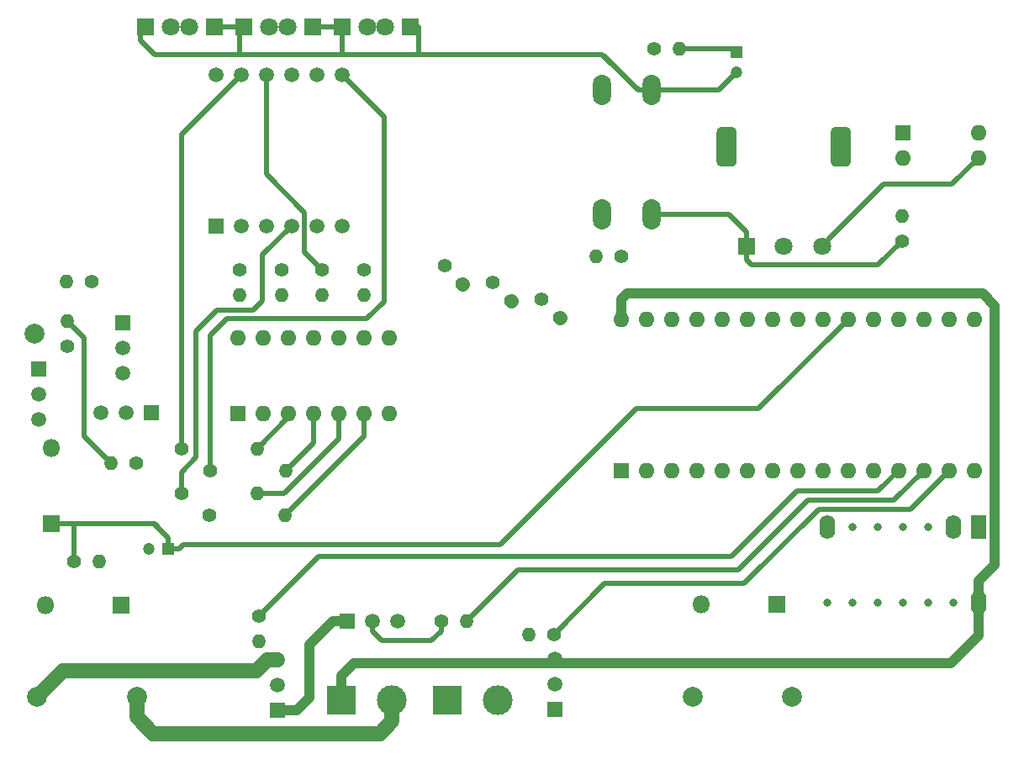
<source format=gbl>
G04 #@! TF.GenerationSoftware,KiCad,Pcbnew,(5.0.0)*
G04 #@! TF.CreationDate,2019-11-21T16:47:14+05:30*
G04 #@! TF.ProjectId,Smartarter,536D61727461727465722E6B69636164,rev?*
G04 #@! TF.SameCoordinates,Original*
G04 #@! TF.FileFunction,Copper,L2,Bot,Signal*
G04 #@! TF.FilePolarity,Positive*
%FSLAX46Y46*%
G04 Gerber Fmt 4.6, Leading zero omitted, Abs format (unit mm)*
G04 Created by KiCad (PCBNEW (5.0.0)) date 11/21/19 16:47:14*
%MOMM*%
%LPD*%
G01*
G04 APERTURE LIST*
G04 #@! TA.AperFunction,ComponentPad*
%ADD10R,1.600000X1.600000*%
G04 #@! TD*
G04 #@! TA.AperFunction,ComponentPad*
%ADD11O,1.600000X1.600000*%
G04 #@! TD*
G04 #@! TA.AperFunction,Conductor*
%ADD12C,0.100000*%
G04 #@! TD*
G04 #@! TA.AperFunction,ComponentPad*
%ADD13C,2.000000*%
G04 #@! TD*
G04 #@! TA.AperFunction,ComponentPad*
%ADD14R,1.800000X1.800000*%
G04 #@! TD*
G04 #@! TA.AperFunction,ComponentPad*
%ADD15C,1.800000*%
G04 #@! TD*
G04 #@! TA.AperFunction,ComponentPad*
%ADD16C,1.500000*%
G04 #@! TD*
G04 #@! TA.AperFunction,ComponentPad*
%ADD17R,1.500000X1.500000*%
G04 #@! TD*
G04 #@! TA.AperFunction,ComponentPad*
%ADD18O,1.850000X3.048000*%
G04 #@! TD*
G04 #@! TA.AperFunction,ComponentPad*
%ADD19C,1.998980*%
G04 #@! TD*
G04 #@! TA.AperFunction,ComponentPad*
%ADD20O,1.800000X1.800000*%
G04 #@! TD*
G04 #@! TA.AperFunction,ComponentPad*
%ADD21O,1.400000X1.400000*%
G04 #@! TD*
G04 #@! TA.AperFunction,ComponentPad*
%ADD22C,1.400000*%
G04 #@! TD*
G04 #@! TA.AperFunction,ComponentPad*
%ADD23C,1.200000*%
G04 #@! TD*
G04 #@! TA.AperFunction,ComponentPad*
%ADD24R,1.200000X1.200000*%
G04 #@! TD*
G04 #@! TA.AperFunction,ComponentPad*
%ADD25C,3.000000*%
G04 #@! TD*
G04 #@! TA.AperFunction,ComponentPad*
%ADD26R,3.000000X3.000000*%
G04 #@! TD*
G04 #@! TA.AperFunction,Conductor*
%ADD27C,1.400000*%
G04 #@! TD*
G04 #@! TA.AperFunction,ComponentPad*
%ADD28O,1.600000X2.400000*%
G04 #@! TD*
G04 #@! TA.AperFunction,ComponentPad*
%ADD29C,0.800000*%
G04 #@! TD*
G04 #@! TA.AperFunction,ComponentPad*
%ADD30R,1.600000X2.400000*%
G04 #@! TD*
G04 #@! TA.AperFunction,Conductor*
%ADD31C,0.250000*%
G04 #@! TD*
G04 #@! TA.AperFunction,Conductor*
%ADD32C,0.500000*%
G04 #@! TD*
G04 #@! TA.AperFunction,Conductor*
%ADD33C,1.500000*%
G04 #@! TD*
G04 #@! TA.AperFunction,Conductor*
%ADD34C,1.000000*%
G04 #@! TD*
G04 APERTURE END LIST*
D10*
G04 #@! TO.P,A1,1*
G04 #@! TO.N,N/C*
X123300000Y-112700000D03*
D11*
G04 #@! TO.P,A1,17*
X156320000Y-97460000D03*
G04 #@! TO.P,A1,2*
X125840000Y-112700000D03*
G04 #@! TO.P,A1,18*
X153780000Y-97460000D03*
G04 #@! TO.P,A1,3*
X128380000Y-112700000D03*
G04 #@! TO.P,A1,19*
G04 #@! TO.N,/otherLed*
X151240000Y-97460000D03*
G04 #@! TO.P,A1,4*
G04 #@! TO.N,GND*
X130920000Y-112700000D03*
G04 #@! TO.P,A1,20*
G04 #@! TO.N,/slideSwitch*
X148700000Y-97460000D03*
G04 #@! TO.P,A1,5*
G04 #@! TO.N,/pushButton*
X133460000Y-112700000D03*
G04 #@! TO.P,A1,21*
G04 #@! TO.N,/monitor*
X146160000Y-97460000D03*
G04 #@! TO.P,A1,6*
G04 #@! TO.N,/data*
X136000000Y-112700000D03*
G04 #@! TO.P,A1,22*
G04 #@! TO.N,N/C*
X143620000Y-97460000D03*
G04 #@! TO.P,A1,7*
G04 #@! TO.N,/CLK*
X138540000Y-112700000D03*
G04 #@! TO.P,A1,23*
G04 #@! TO.N,N/C*
X141080000Y-97460000D03*
G04 #@! TO.P,A1,8*
G04 #@! TO.N,/D4*
X141080000Y-112700000D03*
G04 #@! TO.P,A1,24*
G04 #@! TO.N,N/C*
X138540000Y-97460000D03*
G04 #@! TO.P,A1,9*
G04 #@! TO.N,/D1*
X143620000Y-112700000D03*
G04 #@! TO.P,A1,25*
G04 #@! TO.N,N/C*
X136000000Y-97460000D03*
G04 #@! TO.P,A1,10*
G04 #@! TO.N,/D2*
X146160000Y-112700000D03*
G04 #@! TO.P,A1,26*
G04 #@! TO.N,/pot*
X133460000Y-97460000D03*
G04 #@! TO.P,A1,11*
G04 #@! TO.N,/D3*
X148700000Y-112700000D03*
G04 #@! TO.P,A1,27*
G04 #@! TO.N,N/C*
X130920000Y-97460000D03*
G04 #@! TO.P,A1,12*
G04 #@! TO.N,/offRelay*
X151240000Y-112700000D03*
G04 #@! TO.P,A1,28*
G04 #@! TO.N,N/C*
X128380000Y-97460000D03*
G04 #@! TO.P,A1,13*
G04 #@! TO.N,/buzz*
X153780000Y-112700000D03*
G04 #@! TO.P,A1,29*
G04 #@! TO.N,GND*
X125840000Y-97460000D03*
G04 #@! TO.P,A1,14*
G04 #@! TO.N,/onRelay*
X156320000Y-112700000D03*
G04 #@! TO.P,A1,30*
G04 #@! TO.N,+5V*
X123300000Y-97460000D03*
G04 #@! TO.P,A1,15*
G04 #@! TO.N,/onLed*
X158860000Y-112700000D03*
G04 #@! TO.P,A1,16*
G04 #@! TO.N,/offLed*
X158860000Y-97460000D03*
G04 #@! TD*
D12*
G04 #@! TO.N,*
G04 #@! TO.C,POT1*
G36*
X134471319Y-78093671D02*
X134519855Y-78100870D01*
X134567452Y-78112793D01*
X134613652Y-78129323D01*
X134658008Y-78150302D01*
X134700095Y-78175528D01*
X134739507Y-78204758D01*
X134775863Y-78237710D01*
X134808815Y-78274066D01*
X134838045Y-78313478D01*
X134863271Y-78355565D01*
X134884250Y-78399921D01*
X134900780Y-78446121D01*
X134912703Y-78493718D01*
X134919902Y-78542254D01*
X134922310Y-78591263D01*
X134922310Y-81591263D01*
X134919902Y-81640272D01*
X134912703Y-81688808D01*
X134900780Y-81736405D01*
X134884250Y-81782605D01*
X134863271Y-81826961D01*
X134838045Y-81869048D01*
X134808815Y-81908460D01*
X134775863Y-81944816D01*
X134739507Y-81977768D01*
X134700095Y-82006998D01*
X134658008Y-82032224D01*
X134613652Y-82053203D01*
X134567452Y-82069733D01*
X134519855Y-82081656D01*
X134471319Y-82088855D01*
X134422310Y-82091263D01*
X133422310Y-82091263D01*
X133373301Y-82088855D01*
X133324765Y-82081656D01*
X133277168Y-82069733D01*
X133230968Y-82053203D01*
X133186612Y-82032224D01*
X133144525Y-82006998D01*
X133105113Y-81977768D01*
X133068757Y-81944816D01*
X133035805Y-81908460D01*
X133006575Y-81869048D01*
X132981349Y-81826961D01*
X132960370Y-81782605D01*
X132943840Y-81736405D01*
X132931917Y-81688808D01*
X132924718Y-81640272D01*
X132922310Y-81591263D01*
X132922310Y-78591263D01*
X132924718Y-78542254D01*
X132931917Y-78493718D01*
X132943840Y-78446121D01*
X132960370Y-78399921D01*
X132981349Y-78355565D01*
X133006575Y-78313478D01*
X133035805Y-78274066D01*
X133068757Y-78237710D01*
X133105113Y-78204758D01*
X133144525Y-78175528D01*
X133186612Y-78150302D01*
X133230968Y-78129323D01*
X133277168Y-78112793D01*
X133324765Y-78100870D01*
X133373301Y-78093671D01*
X133422310Y-78091263D01*
X134422310Y-78091263D01*
X134471319Y-78093671D01*
X134471319Y-78093671D01*
G37*
D13*
G04 #@! TD*
G04 #@! TO.P,POT1,*
G04 #@! TO.N,*
X133922310Y-80091263D03*
D14*
G04 #@! TO.P,POT1,1*
G04 #@! TO.N,GND*
X135902310Y-90091263D03*
D15*
G04 #@! TO.P,POT1,2*
G04 #@! TO.N,/pot*
X139672310Y-90091263D03*
G04 #@! TO.P,POT1,3*
G04 #@! TO.N,+5V*
X143522310Y-90091263D03*
D12*
G04 #@! TD*
G04 #@! TO.N,*
G04 #@! TO.C,POT1*
G36*
X145971319Y-78093671D02*
X146019855Y-78100870D01*
X146067452Y-78112793D01*
X146113652Y-78129323D01*
X146158008Y-78150302D01*
X146200095Y-78175528D01*
X146239507Y-78204758D01*
X146275863Y-78237710D01*
X146308815Y-78274066D01*
X146338045Y-78313478D01*
X146363271Y-78355565D01*
X146384250Y-78399921D01*
X146400780Y-78446121D01*
X146412703Y-78493718D01*
X146419902Y-78542254D01*
X146422310Y-78591263D01*
X146422310Y-81591263D01*
X146419902Y-81640272D01*
X146412703Y-81688808D01*
X146400780Y-81736405D01*
X146384250Y-81782605D01*
X146363271Y-81826961D01*
X146338045Y-81869048D01*
X146308815Y-81908460D01*
X146275863Y-81944816D01*
X146239507Y-81977768D01*
X146200095Y-82006998D01*
X146158008Y-82032224D01*
X146113652Y-82053203D01*
X146067452Y-82069733D01*
X146019855Y-82081656D01*
X145971319Y-82088855D01*
X145922310Y-82091263D01*
X144922310Y-82091263D01*
X144873301Y-82088855D01*
X144824765Y-82081656D01*
X144777168Y-82069733D01*
X144730968Y-82053203D01*
X144686612Y-82032224D01*
X144644525Y-82006998D01*
X144605113Y-81977768D01*
X144568757Y-81944816D01*
X144535805Y-81908460D01*
X144506575Y-81869048D01*
X144481349Y-81826961D01*
X144460370Y-81782605D01*
X144443840Y-81736405D01*
X144431917Y-81688808D01*
X144424718Y-81640272D01*
X144422310Y-81591263D01*
X144422310Y-78591263D01*
X144424718Y-78542254D01*
X144431917Y-78493718D01*
X144443840Y-78446121D01*
X144460370Y-78399921D01*
X144481349Y-78355565D01*
X144506575Y-78313478D01*
X144535805Y-78274066D01*
X144568757Y-78237710D01*
X144605113Y-78204758D01*
X144644525Y-78175528D01*
X144686612Y-78150302D01*
X144730968Y-78129323D01*
X144777168Y-78112793D01*
X144824765Y-78100870D01*
X144873301Y-78093671D01*
X144922310Y-78091263D01*
X145922310Y-78091263D01*
X145971319Y-78093671D01*
X145971319Y-78093671D01*
G37*
D13*
G04 #@! TO.P,POT1,*
G04 #@! TO.N,*
X145422310Y-80091263D03*
G04 #@! TD*
D16*
G04 #@! TO.P,Q5,2*
G04 #@! TO.N,Net-(Q5-Pad2)*
X73460000Y-106900000D03*
G04 #@! TO.P,Q5,3*
G04 #@! TO.N,Net-(Q4-Pad2)*
X70920000Y-106900000D03*
D17*
G04 #@! TO.P,Q5,1*
G04 #@! TO.N,Net-(Q5-Pad1)*
X76000000Y-106900000D03*
G04 #@! TD*
D18*
G04 #@! TO.P,SW1,1*
G04 #@! TO.N,GND*
X126400000Y-86900000D03*
G04 #@! TO.P,SW1,2*
G04 #@! TO.N,Net-(R20-Pad1)*
X121400000Y-86900000D03*
G04 #@! TO.P,SW1,1*
G04 #@! TO.N,GND*
X126400000Y-74400000D03*
G04 #@! TO.P,SW1,2*
G04 #@! TO.N,Net-(R20-Pad1)*
X121400000Y-74400000D03*
G04 #@! TD*
D16*
G04 #@! TO.P,U1,12*
G04 #@! TO.N,/D1*
X82472310Y-72851265D03*
G04 #@! TO.P,U1,11*
G04 #@! TO.N,Net-(R4-Pad1)*
X85012310Y-72851265D03*
G04 #@! TO.P,U1,10*
G04 #@! TO.N,Net-(R9-Pad1)*
X87552310Y-72851265D03*
G04 #@! TO.P,U1,9*
G04 #@! TO.N,/D2*
X90092310Y-72851265D03*
G04 #@! TO.P,U1,8*
G04 #@! TO.N,/D3*
X92632310Y-72851265D03*
G04 #@! TO.P,U1,7*
G04 #@! TO.N,Net-(R5-Pad1)*
X95172310Y-72851265D03*
G04 #@! TO.P,U1,6*
G04 #@! TO.N,/D4*
X95172310Y-88091265D03*
G04 #@! TO.P,U1,5*
G04 #@! TO.N,Net-(R10-Pad1)*
X92632310Y-88091265D03*
G04 #@! TO.P,U1,4*
G04 #@! TO.N,Net-(R6-Pad1)*
X90092310Y-88091265D03*
G04 #@! TO.P,U1,3*
G04 #@! TO.N,Net-(R11-Pad1)*
X87552310Y-88091265D03*
G04 #@! TO.P,U1,2*
G04 #@! TO.N,Net-(R7-Pad1)*
X85012310Y-88091265D03*
D17*
G04 #@! TO.P,U1,1*
G04 #@! TO.N,Net-(R8-Pad1)*
X82472310Y-88091265D03*
G04 #@! TD*
D19*
G04 #@! TO.P,ANT1,1*
G04 #@! TO.N,Net-(ANT1-Pad1)*
X64200000Y-98927692D03*
G04 #@! TD*
D20*
G04 #@! TO.P,D1,2*
G04 #@! TO.N,Net-(D1-Pad2)*
X65900000Y-110480000D03*
D14*
G04 #@! TO.P,D1,1*
G04 #@! TO.N,/monitor*
X65900000Y-118100000D03*
G04 #@! TD*
D21*
G04 #@! TO.P,R14,2*
G04 #@! TO.N,GND*
X70740000Y-121900000D03*
D22*
G04 #@! TO.P,R14,1*
G04 #@! TO.N,/monitor*
X68200000Y-121900000D03*
G04 #@! TD*
D23*
G04 #@! TO.P,C2,2*
G04 #@! TO.N,GND*
X75700000Y-120600000D03*
D24*
G04 #@! TO.P,C2,1*
G04 #@! TO.N,/monitor*
X77700000Y-120600000D03*
G04 #@! TD*
D21*
G04 #@! TO.P,R15,2*
G04 #@! TO.N,+5V*
X67500000Y-97660000D03*
D22*
G04 #@! TO.P,R15,1*
G04 #@! TO.N,Net-(Q4-Pad1)*
X67500000Y-100200000D03*
G04 #@! TD*
D21*
G04 #@! TO.P,R16,2*
G04 #@! TO.N,+5V*
X71960000Y-112000000D03*
D22*
G04 #@! TO.P,R16,1*
G04 #@! TO.N,Net-(Q5-Pad1)*
X74500000Y-112000000D03*
G04 #@! TD*
D21*
G04 #@! TO.P,R17,2*
G04 #@! TO.N,+5V*
X67460000Y-93700000D03*
D22*
G04 #@! TO.P,R17,1*
G04 #@! TO.N,Net-(Q6-Pad1)*
X70000000Y-93700000D03*
G04 #@! TD*
D15*
G04 #@! TO.P,y1,2*
G04 #@! TO.N,Net-(R3-Pad1)*
X99560000Y-68000000D03*
D14*
G04 #@! TO.P,y1,1*
G04 #@! TO.N,GND*
X102100000Y-68000000D03*
G04 #@! TD*
D15*
G04 #@! TO.P,r1,2*
G04 #@! TO.N,Net-(R2-Pad1)*
X87840000Y-68000000D03*
D14*
G04 #@! TO.P,r1,1*
G04 #@! TO.N,GND*
X85300000Y-68000000D03*
G04 #@! TD*
D15*
G04 #@! TO.P,g1,2*
G04 #@! TO.N,Net-(R1-Pad1)*
X77940000Y-68000000D03*
D14*
G04 #@! TO.P,g1,1*
G04 #@! TO.N,GND*
X75400000Y-68000000D03*
G04 #@! TD*
D25*
G04 #@! TO.P,J1,2*
G04 #@! TO.N,/bz*
X110888737Y-135872309D03*
D26*
G04 #@! TO.P,J1,1*
G04 #@! TO.N,+12V*
X105808737Y-135872309D03*
G04 #@! TD*
D13*
G04 #@! TO.P,onRelay1,5*
G04 #@! TO.N,GND*
X140508736Y-135472310D03*
G04 #@! TO.P,onRelay1,1*
G04 #@! TO.N,Net-(D4-Pad2)*
X130508736Y-135472310D03*
G04 #@! TD*
G04 #@! TO.P,offRelay1,5*
G04 #@! TO.N,GND*
X74508736Y-135472308D03*
G04 #@! TO.P,offRelay1,1*
G04 #@! TO.N,Net-(D5-Pad2)*
X64508736Y-135472308D03*
G04 #@! TD*
D25*
G04 #@! TO.P,J2,2*
G04 #@! TO.N,GND*
X100188736Y-135872308D03*
D26*
G04 #@! TO.P,J2,1*
G04 #@! TO.N,+5V*
X95108736Y-135872308D03*
G04 #@! TD*
D20*
G04 #@! TO.P,D4,2*
G04 #@! TO.N,Net-(D4-Pad2)*
X131388736Y-126172308D03*
D14*
G04 #@! TO.P,D4,1*
G04 #@! TO.N,GND*
X139008736Y-126172308D03*
G04 #@! TD*
D20*
G04 #@! TO.P,D5,2*
G04 #@! TO.N,Net-(D5-Pad2)*
X65288736Y-126272310D03*
D14*
G04 #@! TO.P,D5,1*
G04 #@! TO.N,GND*
X72908736Y-126272310D03*
G04 #@! TD*
D23*
G04 #@! TO.P,C1,2*
G04 #@! TO.N,GND*
X134900000Y-72600000D03*
D24*
G04 #@! TO.P,C1,1*
G04 #@! TO.N,Net-(C1-Pad1)*
X134900000Y-70600000D03*
G04 #@! TD*
D22*
G04 #@! TO.P,R1,2*
G04 #@! TO.N,/onLed*
X107296051Y-93896051D03*
D27*
G04 #@! TD*
G04 #@! TO.N,/onLed*
G04 #@! TO.C,R1*
X107296051Y-93896051D02*
X107296051Y-93896051D01*
D22*
G04 #@! TO.P,R1,1*
G04 #@! TO.N,Net-(R1-Pad1)*
X105500000Y-92100000D03*
G04 #@! TD*
G04 #@! TO.P,R2,2*
G04 #@! TO.N,/offLed*
X112196051Y-95596051D03*
D27*
G04 #@! TD*
G04 #@! TO.N,/offLed*
G04 #@! TO.C,R2*
X112196051Y-95596051D02*
X112196051Y-95596051D01*
D22*
G04 #@! TO.P,R2,1*
G04 #@! TO.N,Net-(R2-Pad1)*
X110400000Y-93800000D03*
G04 #@! TD*
G04 #@! TO.P,R3,2*
G04 #@! TO.N,/otherLed*
X117096051Y-97296051D03*
D27*
G04 #@! TD*
G04 #@! TO.N,/otherLed*
G04 #@! TO.C,R3*
X117096051Y-97296051D02*
X117096051Y-97296051D01*
D22*
G04 #@! TO.P,R3,1*
G04 #@! TO.N,Net-(R3-Pad1)*
X115300000Y-95500000D03*
G04 #@! TD*
D21*
G04 #@! TO.P,R8,2*
G04 #@! TO.N,Net-(R8-Pad2)*
X97400000Y-95040000D03*
D22*
G04 #@! TO.P,R8,1*
G04 #@! TO.N,Net-(R8-Pad1)*
X97400000Y-92500000D03*
G04 #@! TD*
D21*
G04 #@! TO.P,R9,2*
G04 #@! TO.N,Net-(R9-Pad2)*
X93200000Y-95040000D03*
D22*
G04 #@! TO.P,R9,1*
G04 #@! TO.N,Net-(R9-Pad1)*
X93200000Y-92500000D03*
G04 #@! TD*
D21*
G04 #@! TO.P,R10,2*
G04 #@! TO.N,Net-(R10-Pad2)*
X89100000Y-95040000D03*
D22*
G04 #@! TO.P,R10,1*
G04 #@! TO.N,Net-(R10-Pad1)*
X89100000Y-92500000D03*
G04 #@! TD*
D21*
G04 #@! TO.P,R11,2*
G04 #@! TO.N,Net-(R11-Pad2)*
X84900000Y-95040000D03*
D22*
G04 #@! TO.P,R11,1*
G04 #@! TO.N,Net-(R11-Pad1)*
X84900000Y-92500000D03*
G04 #@! TD*
D21*
G04 #@! TO.P,R12,2*
G04 #@! TO.N,/slideSwitch*
X151572309Y-87051264D03*
D22*
G04 #@! TO.P,R12,1*
G04 #@! TO.N,GND*
X151572309Y-89591264D03*
G04 #@! TD*
D21*
G04 #@! TO.P,R13,2*
G04 #@! TO.N,/buzz*
X107748740Y-127872311D03*
D22*
G04 #@! TO.P,R13,1*
G04 #@! TO.N,Net-(Q3-Pad2)*
X105208740Y-127872311D03*
G04 #@! TD*
D21*
G04 #@! TO.P,R18,2*
G04 #@! TO.N,Net-(Q2-Pad2)*
X86800000Y-129940000D03*
D22*
G04 #@! TO.P,R18,1*
G04 #@! TO.N,/offRelay*
X86800000Y-127400000D03*
G04 #@! TD*
D21*
G04 #@! TO.P,R19,2*
G04 #@! TO.N,Net-(Q1-Pad2)*
X113960000Y-129200000D03*
D22*
G04 #@! TO.P,R19,1*
G04 #@! TO.N,/onRelay*
X116500000Y-129200000D03*
G04 #@! TD*
D21*
G04 #@! TO.P,R20,2*
G04 #@! TO.N,Net-(C1-Pad1)*
X129140000Y-70200000D03*
D22*
G04 #@! TO.P,R20,1*
G04 #@! TO.N,Net-(R20-Pad1)*
X126600000Y-70200000D03*
G04 #@! TD*
D21*
G04 #@! TO.P,R21,2*
G04 #@! TO.N,Net-(R20-Pad1)*
X120760000Y-91100000D03*
D22*
G04 #@! TO.P,R21,1*
G04 #@! TO.N,+5V*
X123300000Y-91100000D03*
G04 #@! TD*
D11*
G04 #@! TO.P,SW2,4*
G04 #@! TO.N,+5V*
X159292310Y-78691263D03*
G04 #@! TO.P,SW2,2*
G04 #@! TO.N,/slideSwitch*
X151672310Y-81231263D03*
G04 #@! TO.P,SW2,3*
G04 #@! TO.N,+5V*
X159292310Y-81231263D03*
D10*
G04 #@! TO.P,SW2,1*
G04 #@! TO.N,/slideSwitch*
X151672310Y-78691263D03*
G04 #@! TD*
D15*
G04 #@! TO.P,g2,2*
G04 #@! TO.N,Net-(R1-Pad1)*
X79760000Y-68000000D03*
D14*
G04 #@! TO.P,g2,1*
G04 #@! TO.N,GND*
X82300000Y-68000000D03*
G04 #@! TD*
D15*
G04 #@! TO.P,r2,2*
G04 #@! TO.N,Net-(R2-Pad1)*
X89660000Y-68000000D03*
D14*
G04 #@! TO.P,r2,1*
G04 #@! TO.N,GND*
X92200000Y-68000000D03*
G04 #@! TD*
D15*
G04 #@! TO.P,y2,2*
G04 #@! TO.N,Net-(R3-Pad1)*
X97740000Y-68000000D03*
D14*
G04 #@! TO.P,y2,1*
G04 #@! TO.N,GND*
X95200000Y-68000000D03*
G04 #@! TD*
D21*
G04 #@! TO.P,R4,2*
G04 #@! TO.N,Net-(R4-Pad2)*
X86620000Y-110500000D03*
D22*
G04 #@! TO.P,R4,1*
G04 #@! TO.N,Net-(R4-Pad1)*
X79000000Y-110500000D03*
G04 #@! TD*
D21*
G04 #@! TO.P,R5,2*
G04 #@! TO.N,Net-(R5-Pad2)*
X89520000Y-112700000D03*
D22*
G04 #@! TO.P,R5,1*
G04 #@! TO.N,Net-(R5-Pad1)*
X81900000Y-112700000D03*
G04 #@! TD*
D21*
G04 #@! TO.P,R6,2*
G04 #@! TO.N,Net-(R6-Pad2)*
X86620000Y-115000000D03*
D22*
G04 #@! TO.P,R6,1*
G04 #@! TO.N,Net-(R6-Pad1)*
X79000000Y-115000000D03*
G04 #@! TD*
D21*
G04 #@! TO.P,R7,2*
G04 #@! TO.N,Net-(R7-Pad2)*
X89420000Y-117200000D03*
D22*
G04 #@! TO.P,R7,1*
G04 #@! TO.N,Net-(R7-Pad1)*
X81800000Y-117200000D03*
G04 #@! TD*
D28*
G04 #@! TO.P,U7414,14*
G04 #@! TO.N,+5V*
X159300000Y-126020000D03*
G04 #@! TO.P,U7414,7*
G04 #@! TO.N,GND*
X144060000Y-118400000D03*
D29*
G04 #@! TO.P,U7414,13*
G04 #@! TO.N,N/C*
X156760000Y-126020000D03*
G04 #@! TO.P,U7414,6*
X146600000Y-118400000D03*
G04 #@! TO.P,U7414,12*
X154220000Y-126020000D03*
G04 #@! TO.P,U7414,5*
X149140000Y-118400000D03*
G04 #@! TO.P,U7414,11*
X151680000Y-126020000D03*
G04 #@! TO.P,U7414,4*
X151680000Y-118400000D03*
G04 #@! TO.P,U7414,10*
X149140000Y-126020000D03*
G04 #@! TO.P,U7414,3*
X154220000Y-118400000D03*
G04 #@! TO.P,U7414,9*
X146600000Y-126020000D03*
D28*
G04 #@! TO.P,U7414,2*
G04 #@! TO.N,/pushButton*
X156760000Y-118400000D03*
D29*
G04 #@! TO.P,U7414,8*
G04 #@! TO.N,N/C*
X144060000Y-126020000D03*
D30*
G04 #@! TO.P,U7414,1*
G04 #@! TO.N,Net-(C1-Pad1)*
X159300000Y-118400000D03*
G04 #@! TD*
D10*
G04 #@! TO.P,U74164,1*
G04 #@! TO.N,+5V*
X84700000Y-107000000D03*
D11*
G04 #@! TO.P,U74164,8*
G04 #@! TO.N,/CLK*
X99940000Y-99380000D03*
G04 #@! TO.P,U74164,2*
G04 #@! TO.N,/data*
X87240000Y-107000000D03*
G04 #@! TO.P,U74164,9*
G04 #@! TO.N,+5V*
X97400000Y-99380000D03*
G04 #@! TO.P,U74164,3*
G04 #@! TO.N,Net-(R4-Pad2)*
X89780000Y-107000000D03*
G04 #@! TO.P,U74164,10*
G04 #@! TO.N,Net-(R8-Pad2)*
X94860000Y-99380000D03*
G04 #@! TO.P,U74164,4*
G04 #@! TO.N,Net-(R5-Pad2)*
X92320000Y-107000000D03*
G04 #@! TO.P,U74164,11*
G04 #@! TO.N,Net-(R9-Pad2)*
X92320000Y-99380000D03*
G04 #@! TO.P,U74164,5*
G04 #@! TO.N,Net-(R6-Pad2)*
X94860000Y-107000000D03*
G04 #@! TO.P,U74164,12*
G04 #@! TO.N,Net-(R10-Pad2)*
X89780000Y-99380000D03*
G04 #@! TO.P,U74164,6*
G04 #@! TO.N,Net-(R7-Pad2)*
X97400000Y-107000000D03*
G04 #@! TO.P,U74164,13*
G04 #@! TO.N,Net-(R11-Pad2)*
X87240000Y-99380000D03*
G04 #@! TO.P,U74164,7*
G04 #@! TO.N,GND*
X99940000Y-107000000D03*
G04 #@! TO.P,U74164,14*
G04 #@! TO.N,+5V*
X84700000Y-99380000D03*
G04 #@! TD*
D16*
G04 #@! TO.P,Q1,2*
G04 #@! TO.N,Net-(Q1-Pad2)*
X116608735Y-134232309D03*
G04 #@! TO.P,Q1,3*
G04 #@! TO.N,Net-(D4-Pad2)*
X116608735Y-131692309D03*
D17*
G04 #@! TO.P,Q1,1*
G04 #@! TO.N,+12V*
X116608735Y-136772309D03*
G04 #@! TD*
G04 #@! TO.P,Q2,1*
G04 #@! TO.N,+12V*
X88708738Y-136872310D03*
D16*
G04 #@! TO.P,Q2,3*
G04 #@! TO.N,Net-(D5-Pad2)*
X88708738Y-131792310D03*
G04 #@! TO.P,Q2,2*
G04 #@! TO.N,Net-(Q2-Pad2)*
X88708738Y-134332310D03*
G04 #@! TD*
G04 #@! TO.P,Q3,2*
G04 #@! TO.N,Net-(Q3-Pad2)*
X98240000Y-127872310D03*
G04 #@! TO.P,Q3,3*
G04 #@! TO.N,/bz*
X100780000Y-127872310D03*
D17*
G04 #@! TO.P,Q3,1*
G04 #@! TO.N,+12V*
X95700000Y-127872310D03*
G04 #@! TD*
G04 #@! TO.P,Q4,1*
G04 #@! TO.N,Net-(Q4-Pad1)*
X64600000Y-102500000D03*
D16*
G04 #@! TO.P,Q4,3*
G04 #@! TO.N,Net-(D1-Pad2)*
X64600000Y-107580000D03*
G04 #@! TO.P,Q4,2*
G04 #@! TO.N,Net-(Q4-Pad2)*
X64600000Y-105040000D03*
G04 #@! TD*
D17*
G04 #@! TO.P,Q6,1*
G04 #@! TO.N,Net-(Q6-Pad1)*
X73091266Y-97827690D03*
D16*
G04 #@! TO.P,Q6,3*
G04 #@! TO.N,Net-(Q5-Pad2)*
X73091266Y-102907690D03*
G04 #@! TO.P,Q6,2*
G04 #@! TO.N,Net-(ANT1-Pad1)*
X73091266Y-100367690D03*
G04 #@! TD*
D31*
G04 #@! TO.N,GND*
X92600000Y-70800000D02*
X84900000Y-70800000D01*
X102900000Y-68000000D02*
X102900000Y-70800000D01*
X102900000Y-70800000D02*
X95200000Y-70800000D01*
X95200000Y-70800000D02*
X92600000Y-70800000D01*
X125225000Y-74400000D02*
X126400000Y-74400000D01*
X121625000Y-70800000D02*
X125225000Y-74400000D01*
X102900000Y-70800000D02*
X121625000Y-70800000D01*
D32*
X124975000Y-74400000D02*
X126400000Y-74400000D01*
X121375000Y-70800000D02*
X124975000Y-74400000D01*
X82300000Y-68000000D02*
X84900000Y-68000000D01*
X84900000Y-68000000D02*
X84900000Y-70800000D01*
X95200000Y-68000000D02*
X92600000Y-68000000D01*
X95200000Y-68000000D02*
X95200000Y-70800000D01*
X102900000Y-70700000D02*
X103000000Y-70800000D01*
X102900000Y-68000000D02*
X102900000Y-70700000D01*
X77361461Y-70800000D02*
X103000000Y-70800000D01*
X103000000Y-70800000D02*
X121375000Y-70800000D01*
X133100000Y-74400000D02*
X134900000Y-72600000D01*
X126400000Y-74400000D02*
X133100000Y-74400000D01*
X135902310Y-91491263D02*
X136411047Y-92000000D01*
X135902310Y-90091263D02*
X135902310Y-91491263D01*
X149163573Y-92000000D02*
X151572309Y-89591264D01*
X136411047Y-92000000D02*
X149163573Y-92000000D01*
X135902310Y-88691263D02*
X135902310Y-90091263D01*
X134111047Y-86900000D02*
X135902310Y-88691263D01*
X126400000Y-86900000D02*
X134111047Y-86900000D01*
D33*
X74508739Y-137517387D02*
X74508735Y-135472312D01*
X76191352Y-139200000D02*
X74508739Y-137517387D01*
X98982365Y-139200000D02*
X76191352Y-139200000D01*
X100188737Y-135872310D02*
X100188737Y-137993628D01*
X100188737Y-137993628D02*
X98982365Y-139200000D01*
D32*
X76300000Y-70800000D02*
X77361461Y-70800000D01*
X74900000Y-69400000D02*
X76300000Y-70800000D01*
X74900000Y-68000000D02*
X74900000Y-69400000D01*
D34*
G04 #@! TO.N,+12V*
X91908737Y-130272309D02*
X94308737Y-127872308D01*
X91908738Y-135572310D02*
X91908737Y-130272309D01*
X88708738Y-136872310D02*
X90608739Y-136872309D01*
X90608739Y-136872309D02*
X91908738Y-135572310D01*
X94308739Y-127872310D02*
X94308737Y-127872308D01*
X95700000Y-127872310D02*
X94308739Y-127872310D01*
D32*
G04 #@! TO.N,Net-(R4-Pad2)*
X89780000Y-107340000D02*
X86620000Y-110500000D01*
X89780000Y-107000000D02*
X89780000Y-107340000D01*
G04 #@! TO.N,Net-(R5-Pad2)*
X92320000Y-109900000D02*
X89520000Y-112700000D01*
X92320000Y-107000000D02*
X92320000Y-109900000D01*
G04 #@! TO.N,Net-(R6-Pad2)*
X94860000Y-109540000D02*
X89400000Y-115000000D01*
X94860000Y-107000000D02*
X94860000Y-109540000D01*
X86620000Y-115000000D02*
X89400000Y-115000000D01*
G04 #@! TO.N,Net-(R7-Pad2)*
X97400000Y-109220000D02*
X89420000Y-117200000D01*
X97400000Y-107000000D02*
X97400000Y-109220000D01*
D34*
G04 #@! TO.N,+5V*
X95108736Y-135872308D02*
X95108736Y-133372308D01*
X159300000Y-129300000D02*
X159300000Y-126020000D01*
X156500000Y-132100000D02*
X159300000Y-129300000D01*
X159300000Y-123820000D02*
X159300000Y-126020000D01*
X160300000Y-122820000D02*
X159300000Y-123820000D01*
X160900000Y-122220000D02*
X160300000Y-122820000D01*
X160900000Y-96100000D02*
X160900000Y-122220000D01*
X159700000Y-94900000D02*
X160900000Y-96100000D01*
X123900000Y-94900000D02*
X159700000Y-94900000D01*
X123300000Y-97460000D02*
X123300000Y-95500000D01*
X123300000Y-95500000D02*
X123900000Y-94900000D01*
X95127692Y-133372308D02*
X96400000Y-132100000D01*
X95108736Y-133372308D02*
X95127692Y-133372308D01*
X96400000Y-132100000D02*
X156500000Y-132100000D01*
D32*
X144422309Y-89191264D02*
X143522310Y-90091263D01*
X149713573Y-83900000D02*
X144422309Y-89191264D01*
X159292310Y-81231263D02*
X156623573Y-83900000D01*
X156623573Y-83900000D02*
X149713573Y-83900000D01*
X71260001Y-111300001D02*
X71960000Y-112000000D01*
X69200000Y-109240000D02*
X71260001Y-111300001D01*
X67500000Y-97660000D02*
X69200000Y-99360000D01*
X69200000Y-99360000D02*
X69200000Y-109240000D01*
D33*
G04 #@! TO.N,Net-(D5-Pad2)*
X64508738Y-135472308D02*
X67108738Y-132872310D01*
X86568078Y-132872310D02*
X85800000Y-132872310D01*
X87648078Y-131792310D02*
X86568078Y-132872310D01*
X88708738Y-131792310D02*
X87648078Y-131792310D01*
X67108738Y-132872310D02*
X85800000Y-132872310D01*
D32*
G04 #@! TO.N,Net-(Q3-Pad2)*
X105208737Y-128862257D02*
X104198684Y-129872307D01*
X105208740Y-127872311D02*
X105208737Y-128862257D01*
X99179338Y-129872308D02*
X100500000Y-129872308D01*
X98240000Y-128932970D02*
X99179338Y-129872308D01*
X98240000Y-127872310D02*
X98240000Y-128932970D01*
X104198684Y-129872307D02*
X100500000Y-129872308D01*
D31*
G04 #@! TO.N,/monitor*
X77700000Y-119750000D02*
X77700000Y-120600000D01*
X76050000Y-118100000D02*
X77700000Y-119750000D01*
X65900000Y-118100000D02*
X68200000Y-118100000D01*
X68200000Y-118100000D02*
X76050000Y-118100000D01*
D32*
X77700000Y-119500000D02*
X77700000Y-120600000D01*
X76300000Y-118100000D02*
X77700000Y-119500000D01*
X65900000Y-118100000D02*
X76300000Y-118100000D01*
X78800000Y-120600000D02*
X79200000Y-120200000D01*
X77700000Y-120600000D02*
X78800000Y-120600000D01*
X124800000Y-106500000D02*
X111100000Y-120200000D01*
X137120000Y-106500000D02*
X124800000Y-106500000D01*
X146160000Y-97460000D02*
X137120000Y-106500000D01*
X79200000Y-120200000D02*
X111100000Y-120200000D01*
X68200000Y-121900000D02*
X68200000Y-118100000D01*
G04 #@! TO.N,Net-(C1-Pad1)*
X134500000Y-70200000D02*
X134900000Y-70600000D01*
X129140000Y-70200000D02*
X134500000Y-70200000D01*
G04 #@! TO.N,Net-(R4-Pad1)*
X79000000Y-78863575D02*
X79000000Y-110500000D01*
X85012310Y-72851265D02*
X79000000Y-78863575D01*
G04 #@! TO.N,Net-(R5-Pad1)*
X95172310Y-72851265D02*
X99400000Y-77078955D01*
X99400000Y-95700000D02*
X97700000Y-97400000D01*
X99400000Y-77078955D02*
X99400000Y-95700000D01*
X81900000Y-99100000D02*
X81900000Y-99200000D01*
X83600000Y-97400000D02*
X81900000Y-99100000D01*
X97700000Y-97400000D02*
X83600000Y-97400000D01*
D31*
X81900000Y-112700000D02*
X81900000Y-99200000D01*
D32*
X81900000Y-99100000D02*
X81900000Y-112700000D01*
G04 #@! TO.N,Net-(R6-Pad1)*
X79000000Y-112900000D02*
X79000000Y-115000000D01*
X80500000Y-111400000D02*
X79000000Y-112900000D01*
X87200000Y-90983575D02*
X87200000Y-95600000D01*
X90092310Y-88091265D02*
X87200000Y-90983575D01*
X87200000Y-95600000D02*
X86200000Y-96600000D01*
X82600000Y-96600000D02*
X80500000Y-98700000D01*
X86200000Y-96600000D02*
X82600000Y-96600000D01*
X80500000Y-98700000D02*
X80500000Y-111400000D01*
G04 #@! TO.N,Net-(R9-Pad1)*
X87552310Y-82852310D02*
X91400000Y-86700000D01*
X87552310Y-72851265D02*
X87552310Y-82852310D01*
X91400000Y-90700000D02*
X93200000Y-92500000D01*
X91400000Y-86700000D02*
X91400000Y-90700000D01*
G04 #@! TO.N,/offRelay*
X87499999Y-126700001D02*
X86800000Y-127400000D01*
X92800000Y-121400000D02*
X87499999Y-126700001D01*
X134400000Y-121400000D02*
X92800000Y-121400000D01*
X141000000Y-114800000D02*
X134400000Y-121400000D01*
X151240000Y-112700000D02*
X149140000Y-114800000D01*
X149140000Y-114800000D02*
X141000000Y-114800000D01*
G04 #@! TO.N,/buzz*
X112921051Y-122700000D02*
X107748740Y-127872311D01*
X135100000Y-122700000D02*
X112921051Y-122700000D01*
X142099990Y-115700010D02*
X135100000Y-122700000D01*
X153780000Y-112700000D02*
X150779990Y-115700010D01*
X150779990Y-115700010D02*
X142099990Y-115700010D01*
G04 #@! TO.N,/onRelay*
X152420000Y-116600000D02*
X156320000Y-112700000D01*
X143200000Y-116600000D02*
X152420000Y-116600000D01*
X135700000Y-124100000D02*
X143200000Y-116600000D01*
X116500000Y-129200000D02*
X121600000Y-124100000D01*
X121600000Y-124100000D02*
X135700000Y-124100000D01*
G04 #@! TD*
M02*

</source>
